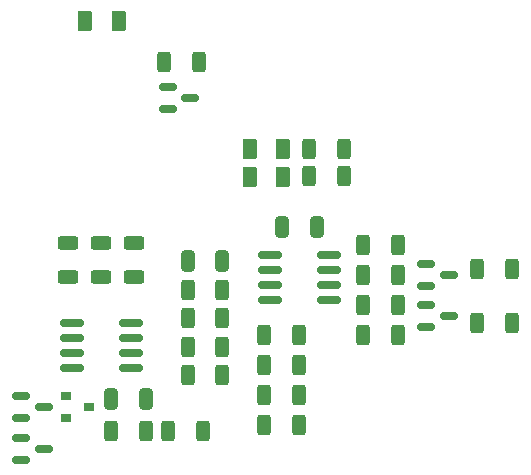
<source format=gbr>
%TF.GenerationSoftware,KiCad,Pcbnew,(6.0.7-1)-1*%
%TF.CreationDate,2022-10-13T17:45:22+01:00*%
%TF.ProjectId,JVS-IO,4a56532d-494f-42e6-9b69-6361645f7063,1*%
%TF.SameCoordinates,Original*%
%TF.FileFunction,Paste,Top*%
%TF.FilePolarity,Positive*%
%FSLAX46Y46*%
G04 Gerber Fmt 4.6, Leading zero omitted, Abs format (unit mm)*
G04 Created by KiCad (PCBNEW (6.0.7-1)-1) date 2022-10-13 17:45:22*
%MOMM*%
%LPD*%
G01*
G04 APERTURE LIST*
G04 Aperture macros list*
%AMRoundRect*
0 Rectangle with rounded corners*
0 $1 Rounding radius*
0 $2 $3 $4 $5 $6 $7 $8 $9 X,Y pos of 4 corners*
0 Add a 4 corners polygon primitive as box body*
4,1,4,$2,$3,$4,$5,$6,$7,$8,$9,$2,$3,0*
0 Add four circle primitives for the rounded corners*
1,1,$1+$1,$2,$3*
1,1,$1+$1,$4,$5*
1,1,$1+$1,$6,$7*
1,1,$1+$1,$8,$9*
0 Add four rect primitives between the rounded corners*
20,1,$1+$1,$2,$3,$4,$5,0*
20,1,$1+$1,$4,$5,$6,$7,0*
20,1,$1+$1,$6,$7,$8,$9,0*
20,1,$1+$1,$8,$9,$2,$3,0*%
G04 Aperture macros list end*
%ADD10RoundRect,0.250000X-0.625000X0.312500X-0.625000X-0.312500X0.625000X-0.312500X0.625000X0.312500X0*%
%ADD11RoundRect,0.150000X-0.587500X-0.150000X0.587500X-0.150000X0.587500X0.150000X-0.587500X0.150000X0*%
%ADD12RoundRect,0.150000X0.825000X0.150000X-0.825000X0.150000X-0.825000X-0.150000X0.825000X-0.150000X0*%
%ADD13RoundRect,0.250000X0.312500X0.625000X-0.312500X0.625000X-0.312500X-0.625000X0.312500X-0.625000X0*%
%ADD14RoundRect,0.250000X0.325000X0.650000X-0.325000X0.650000X-0.325000X-0.650000X0.325000X-0.650000X0*%
%ADD15R,0.900000X0.800000*%
%ADD16RoundRect,0.250000X-0.375000X-0.625000X0.375000X-0.625000X0.375000X0.625000X-0.375000X0.625000X0*%
%ADD17RoundRect,0.250000X0.625000X-0.312500X0.625000X0.312500X-0.625000X0.312500X-0.625000X-0.312500X0*%
%ADD18RoundRect,0.250000X-0.312500X-0.625000X0.312500X-0.625000X0.312500X0.625000X-0.312500X0.625000X0*%
%ADD19RoundRect,0.150000X-0.825000X-0.150000X0.825000X-0.150000X0.825000X0.150000X-0.825000X0.150000X0*%
G04 APERTURE END LIST*
D10*
%TO.C,R19*%
X94488000Y-62545500D03*
X94488000Y-65470500D03*
%TD*%
D11*
%TO.C,D5*%
X87708500Y-79060000D03*
X87708500Y-80960000D03*
X89583500Y-80010000D03*
%TD*%
%TO.C,D4*%
X89583500Y-76454000D03*
X87708500Y-77404000D03*
X87708500Y-75504000D03*
%TD*%
D12*
%TO.C,U1*%
X96963000Y-73152000D03*
X96963000Y-71882000D03*
X96963000Y-70612000D03*
X96963000Y-69342000D03*
X92013000Y-69342000D03*
X92013000Y-70612000D03*
X92013000Y-71882000D03*
X92013000Y-73152000D03*
%TD*%
D13*
%TO.C,R8*%
X104703010Y-66548000D03*
X101778010Y-66548000D03*
%TD*%
%TO.C,R7*%
X104703010Y-68961000D03*
X101778010Y-68961000D03*
%TD*%
%TO.C,R6*%
X104703010Y-71374000D03*
X101778010Y-71374000D03*
%TD*%
%TO.C,R5*%
X104703010Y-73787000D03*
X101778010Y-73787000D03*
%TD*%
D14*
%TO.C,C1*%
X98249000Y-75819000D03*
X95299000Y-75819000D03*
%TD*%
%TO.C,C2*%
X104726000Y-64135000D03*
X101776000Y-64135000D03*
%TD*%
D15*
%TO.C,Q1*%
X91456000Y-75504000D03*
X91456000Y-77404000D03*
X93456000Y-76454000D03*
%TD*%
D13*
%TO.C,R9*%
X100137500Y-78486000D03*
X103062500Y-78486000D03*
%TD*%
%TO.C,R10*%
X98236500Y-78486000D03*
X95311500Y-78486000D03*
%TD*%
D11*
%TO.C,Q4*%
X100082510Y-49342000D03*
X100082510Y-51242000D03*
X101957510Y-50292000D03*
%TD*%
D16*
%TO.C,D3*%
X107058000Y-56984000D03*
X109858000Y-56984000D03*
%TD*%
%TO.C,D1*%
X93137510Y-43799500D03*
X95937510Y-43799500D03*
%TD*%
D13*
%TO.C,R2*%
X119572500Y-62738000D03*
X116647500Y-62738000D03*
%TD*%
D17*
%TO.C,R20*%
X97282000Y-65470500D03*
X97282000Y-62545500D03*
%TD*%
D13*
%TO.C,R3*%
X111190500Y-70358000D03*
X108265500Y-70358000D03*
%TD*%
%TO.C,R15*%
X129224500Y-69342000D03*
X126299500Y-69342000D03*
%TD*%
D18*
%TO.C,R11*%
X116647500Y-70358000D03*
X119572500Y-70358000D03*
%TD*%
D10*
%TO.C,R18*%
X91622010Y-65470500D03*
X91622010Y-62545500D03*
%TD*%
D13*
%TO.C,R16*%
X129224500Y-64770000D03*
X126299500Y-64770000D03*
%TD*%
%TO.C,R22*%
X115000500Y-56896000D03*
X112075500Y-56896000D03*
%TD*%
D18*
%TO.C,R17*%
X99811510Y-47244000D03*
X102736510Y-47244000D03*
%TD*%
D13*
%TO.C,R13*%
X119572500Y-67818000D03*
X116647500Y-67818000D03*
%TD*%
D18*
%TO.C,R12*%
X108265500Y-77978000D03*
X111190500Y-77978000D03*
%TD*%
%TO.C,R4*%
X108265500Y-72898000D03*
X111190500Y-72898000D03*
%TD*%
D11*
%TO.C,Q2*%
X121998500Y-67818000D03*
X121998500Y-69718000D03*
X123873500Y-68768000D03*
%TD*%
D16*
%TO.C,D2*%
X107058000Y-54610000D03*
X109858000Y-54610000D03*
%TD*%
D19*
%TO.C,U2*%
X108777000Y-63627000D03*
X108777000Y-64897000D03*
X108777000Y-66167000D03*
X108777000Y-67437000D03*
X113727000Y-67437000D03*
X113727000Y-66167000D03*
X113727000Y-64897000D03*
X113727000Y-63627000D03*
%TD*%
D13*
%TO.C,R1*%
X111190500Y-75438000D03*
X108265500Y-75438000D03*
%TD*%
D14*
%TO.C,C3*%
X112727000Y-61214000D03*
X109777000Y-61214000D03*
%TD*%
D13*
%TO.C,R14*%
X119572500Y-65278000D03*
X116647500Y-65278000D03*
%TD*%
D11*
%TO.C,Q3*%
X121998500Y-64328000D03*
X121998500Y-66228000D03*
X123873500Y-65278000D03*
%TD*%
D13*
%TO.C,R21*%
X115000500Y-54610000D03*
X112075500Y-54610000D03*
%TD*%
M02*

</source>
